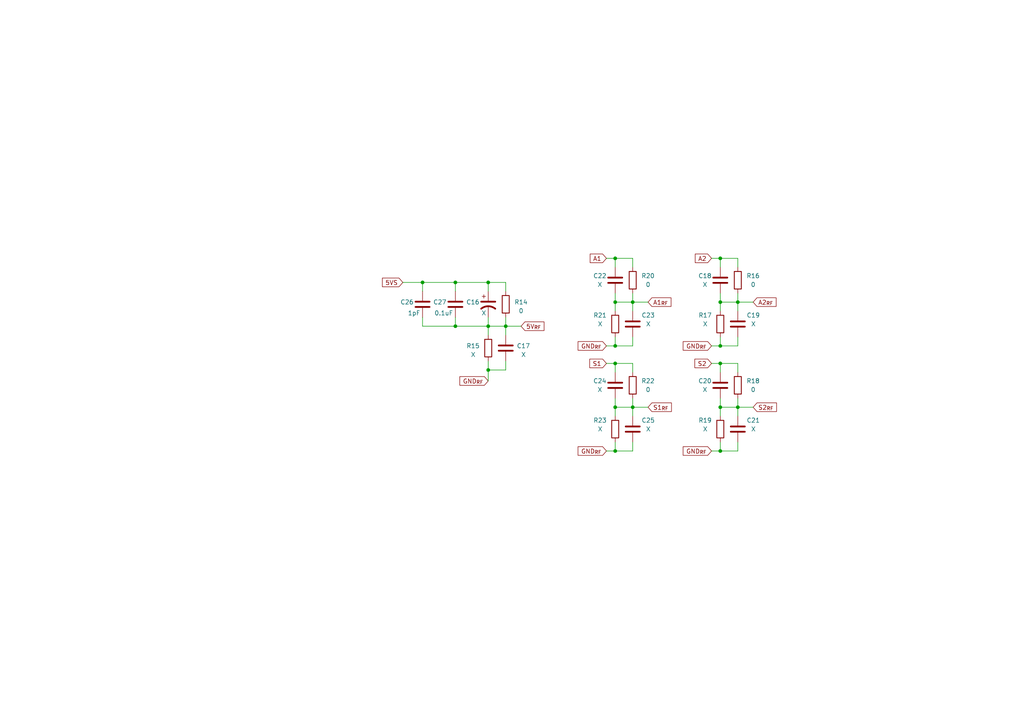
<source format=kicad_sch>
(kicad_sch (version 20211123) (generator eeschema)
  (paper "A4")
  (lib_symbols
    (symbol "Device:C" (pin_numbers hide) (pin_names (offset 0.254))
      (property "Reference" "C" (at 0.635 2.54 0))
      (property "Value" "C" (at 0.635 -2.54 0))
      (symbol "C_0_1"
        (polyline (pts (xy -2.032 -0.762) (xy 2.032 -0.762)) (stroke (width 0.508)))
        (polyline (pts (xy -2.032 0.762) (xy 2.032 0.762)) (stroke (width 0.508)))
      )
      (symbol "C_1_1"
        (pin passive line (at 0 3.81 270) (length 2.794) (name "~") (number "1"))
        (pin passive line (at 0 -3.81 90) (length 2.794) (name "~") (number "2"))
      )
    )
    (symbol "Device:C_Polarized_US" (pin_numbers hide) (pin_names (offset 0.254) hide)
      (property "Reference" "C" (at 0.635 2.54 0))
      (property "Value" "C_Polarized_US" (at 0.635 -2.54 0))
      (symbol "C_Polarized_US_0_1"
        (polyline (pts (xy -2.032 0.762) (xy 2.032 0.762)) (stroke (width 0.508)))
        (polyline (pts (xy -1.778 2.286) (xy -0.762 2.286)))
        (polyline (pts (xy -1.27 1.778) (xy -1.27 2.794)))
        (arc (start 2.032 -1.27) (mid 0 -0.5572) (end -2.032 -1.27) (stroke (width 0.508)))
      )
      (symbol "C_Polarized_US_1_1"
        (pin passive line (at 0 3.81 270) (length 2.794) (name "~") (number "1"))
        (pin passive line (at 0 -3.81 90) (length 3.302) (name "~") (number "2"))
      )
    )
    (symbol "Device:R" (pin_numbers hide) (pin_names (offset 0))
      (property "Reference" "R" (at 2.032 0 90))
      (property "Value" "R" (at 0 0 90))
      (symbol "R_0_1"
        (rectangle (start -1.016 -2.54) (end 1.016 2.54) (stroke (width 0.254)))
      )
      (symbol "R_1_1"
        (pin passive line (at 0 3.81 270) (length 1.27) (name "~") (number "1"))
        (pin passive line (at 0 -3.81 90) (length 1.27) (name "~") (number "2"))
      )
    )
  )
  (junction (at 178.435 130.81))
  (junction (at 141.605 107.315))
  (junction (at 132.08 81.915))
  (junction (at 183.515 87.63))
  (junction (at 208.915 87.63))
  (junction (at 213.995 87.63))
  (junction (at 208.915 74.93))
  (junction (at 208.915 100.33))
  (junction (at 146.685 94.615))
  (junction (at 132.08 94.615))
  (junction (at 178.435 87.63))
  (junction (at 213.995 118.11))
  (junction (at 178.435 100.33))
  (junction (at 141.605 94.615))
  (junction (at 208.915 130.81))
  (junction (at 178.435 118.11))
  (junction (at 208.915 105.41))
  (junction (at 122.555 81.915))
  (junction (at 183.515 118.11))
  (junction (at 141.605 81.915))
  (junction (at 208.915 118.11))
  (junction (at 178.435 74.93))
  (junction (at 178.435 105.41))
  (wire (pts (xy 178.435 74.93) (xy 183.515 74.93)))
  (wire (pts (xy 183.515 87.63) (xy 178.435 87.63)))
  (wire (pts (xy 116.84 81.915) (xy 122.555 81.915)))
  (wire (pts (xy 183.515 115.57) (xy 183.515 118.11)))
  (wire (pts (xy 178.435 128.27) (xy 178.435 130.81)))
  (wire (pts (xy 183.515 118.11) (xy 187.96 118.11)))
  (wire (pts (xy 213.995 85.09) (xy 213.995 87.63)))
  (wire (pts (xy 132.08 92.075) (xy 132.08 94.615)))
  (wire (pts (xy 178.435 100.33) (xy 183.515 100.33)))
  (wire (pts (xy 183.515 118.11) (xy 178.435 118.11)))
  (wire (pts (xy 208.915 74.93) (xy 208.915 77.47)))
  (wire (pts (xy 132.08 81.915) (xy 141.605 81.915)))
  (wire (pts (xy 183.515 97.79) (xy 183.515 100.33)))
  (wire (pts (xy 122.555 84.455) (xy 122.555 81.915)))
  (wire (pts (xy 178.435 130.81) (xy 183.515 130.81)))
  (wire (pts (xy 146.685 104.775) (xy 146.685 107.315)))
  (wire (pts (xy 141.605 104.775) (xy 141.605 107.315)))
  (wire (pts (xy 146.685 94.615) (xy 151.13 94.615)))
  (wire (pts (xy 178.435 105.41) (xy 183.515 105.41)))
  (wire (pts (xy 183.515 87.63) (xy 187.96 87.63)))
  (wire (pts (xy 146.685 94.615) (xy 141.605 94.615)))
  (wire (pts (xy 183.515 87.63) (xy 183.515 90.17)))
  (wire (pts (xy 141.605 94.615) (xy 141.605 97.155)))
  (wire (pts (xy 206.375 105.41) (xy 208.915 105.41)))
  (wire (pts (xy 178.435 105.41) (xy 178.435 107.95)))
  (wire (pts (xy 178.435 100.33) (xy 175.895 100.33)))
  (wire (pts (xy 175.895 74.93) (xy 178.435 74.93)))
  (wire (pts (xy 213.995 118.11) (xy 213.995 120.65)))
  (wire (pts (xy 141.605 107.315) (xy 146.685 107.315)))
  (wire (pts (xy 208.915 87.63) (xy 208.915 90.17)))
  (wire (pts (xy 213.995 74.93) (xy 213.995 77.47)))
  (wire (pts (xy 122.555 92.075) (xy 122.555 94.615)))
  (wire (pts (xy 178.435 74.93) (xy 178.435 77.47)))
  (wire (pts (xy 178.435 118.11) (xy 178.435 120.65)))
  (wire (pts (xy 213.995 87.63) (xy 218.44 87.63)))
  (wire (pts (xy 208.915 105.41) (xy 213.995 105.41)))
  (wire (pts (xy 178.435 85.09) (xy 178.435 87.63)))
  (wire (pts (xy 146.685 94.615) (xy 146.685 97.155)))
  (wire (pts (xy 141.605 107.315) (xy 141.605 110.49)))
  (wire (pts (xy 208.915 128.27) (xy 208.915 130.81)))
  (wire (pts (xy 208.915 105.41) (xy 208.915 107.95)))
  (wire (pts (xy 183.515 118.11) (xy 183.515 120.65)))
  (wire (pts (xy 208.915 130.81) (xy 206.375 130.81)))
  (wire (pts (xy 178.435 87.63) (xy 178.435 90.17)))
  (wire (pts (xy 213.995 87.63) (xy 208.915 87.63)))
  (wire (pts (xy 178.435 130.81) (xy 175.895 130.81)))
  (wire (pts (xy 213.995 115.57) (xy 213.995 118.11)))
  (wire (pts (xy 141.605 92.075) (xy 141.605 94.615)))
  (wire (pts (xy 146.685 81.915) (xy 146.685 84.455)))
  (wire (pts (xy 208.915 74.93) (xy 213.995 74.93)))
  (wire (pts (xy 183.515 85.09) (xy 183.515 87.63)))
  (wire (pts (xy 213.995 128.27) (xy 213.995 130.81)))
  (wire (pts (xy 208.915 115.57) (xy 208.915 118.11)))
  (wire (pts (xy 213.995 105.41) (xy 213.995 107.95)))
  (wire (pts (xy 208.915 100.33) (xy 206.375 100.33)))
  (wire (pts (xy 178.435 115.57) (xy 178.435 118.11)))
  (wire (pts (xy 178.435 97.79) (xy 178.435 100.33)))
  (wire (pts (xy 132.08 94.615) (xy 141.605 94.615)))
  (wire (pts (xy 208.915 100.33) (xy 213.995 100.33)))
  (wire (pts (xy 183.515 105.41) (xy 183.515 107.95)))
  (wire (pts (xy 141.605 81.915) (xy 146.685 81.915)))
  (wire (pts (xy 122.555 94.615) (xy 132.08 94.615)))
  (wire (pts (xy 175.895 105.41) (xy 178.435 105.41)))
  (wire (pts (xy 213.995 97.79) (xy 213.995 100.33)))
  (wire (pts (xy 208.915 118.11) (xy 208.915 120.65)))
  (wire (pts (xy 132.08 84.455) (xy 132.08 81.915)))
  (wire (pts (xy 208.915 97.79) (xy 208.915 100.33)))
  (wire (pts (xy 206.375 74.93) (xy 208.915 74.93)))
  (wire (pts (xy 183.515 74.93) (xy 183.515 77.47)))
  (wire (pts (xy 208.915 130.81) (xy 213.995 130.81)))
  (wire (pts (xy 141.605 81.915) (xy 141.605 84.455)))
  (wire (pts (xy 213.995 118.11) (xy 218.44 118.11)))
  (wire (pts (xy 213.995 118.11) (xy 208.915 118.11)))
  (wire (pts (xy 146.685 92.075) (xy 146.685 94.615)))
  (wire (pts (xy 183.515 128.27) (xy 183.515 130.81)))
  (wire (pts (xy 122.555 81.915) (xy 132.08 81.915)))
  (wire (pts (xy 213.995 87.63) (xy 213.995 90.17)))
  (wire (pts (xy 208.915 85.09) (xy 208.915 87.63)))
  (global_label "A2_{RF}" (shape input) (at 218.44 87.63 0) (property "Intersheet References" "${INTERSHEET_REFS}" (effects hide)))
  (global_label "A1_{RF}" (shape input) (at 187.96 87.63 0) (property "Intersheet References" "${INTERSHEET_REFS}" (effects hide)))
  (global_label "5V_{RF}" (shape input) (at 151.13 94.615 0) (property "Intersheet References" "${INTERSHEET_REFS}" (effects hide)))
  (global_label "GND_{RF}" (shape input) (at 175.895 130.81 180) (property "Intersheet References" "${INTERSHEET_REFS}" (effects hide)))
  (global_label "A2" (shape input) (at 206.375 74.93 180) (property "Intersheet References" "${INTERSHEET_REFS}" (effects hide)))
  (global_label "5VS" (shape input) (at 116.84 81.915 180) (property "Intersheet References" "${INTERSHEET_REFS}" (effects hide)))
  (global_label "A1" (shape input) (at 175.895 74.93 180) (property "Intersheet References" "${INTERSHEET_REFS}" (effects hide)))
  (global_label "S1" (shape input) (at 175.895 105.41 180) (property "Intersheet References" "${INTERSHEET_REFS}" (effects hide)))
  (global_label "GND_{RF}" (shape input) (at 206.375 130.81 180) (property "Intersheet References" "${INTERSHEET_REFS}" (effects hide)))
  (global_label "S2" (shape input) (at 206.375 105.41 180) (property "Intersheet References" "${INTERSHEET_REFS}" (effects hide)))
  (global_label "S2_{RF}" (shape input) (at 218.44 118.11 0) (property "Intersheet References" "${INTERSHEET_REFS}" (effects hide)))
  (global_label "S1_{RF}" (shape input) (at 187.96 118.11 0) (property "Intersheet References" "${INTERSHEET_REFS}" (effects hide)))
  (global_label "GND_{RF}" (shape input) (at 175.895 100.33 180) (property "Intersheet References" "${INTERSHEET_REFS}" (effects hide)))
  (global_label "GND_{RF}" (shape input) (at 141.605 110.49 180) (property "Intersheet References" "${INTERSHEET_REFS}" (effects hide)))
  (global_label "GND_{RF}" (shape input) (at 206.375 100.33 180) (property "Intersheet References" "${INTERSHEET_REFS}" (effects hide)))
  (symbol (lib_id "Device:R") (at 213.995 81.28 180) (unit 1)
    (property "Reference" "R16" (at 218.44 80.01 0))
    (property "Value" "0" (at 218.44 82.55 0))
    (property "Footprint" "Resistor_SMD:R_0402_1005Metric" (effects hide))
  )
  (symbol (lib_id "Device:C") (at 146.685 100.965 0) (unit 1)
    (property "Reference" "C17" (at 149.86 100.33 0) (effects (justify left)))
    (property "Value" "X" (at 151.13 102.87 0) (effects (justify left)))
    (property "Footprint" "Capacitor_SMD:C_0603_1608Metric" (effects hide))
  )
  (symbol (lib_id "Device:C") (at 132.08 88.265 0) (mirror y) (unit 1)
    (property "Reference" "C27" (at 129.54 87.63 0) (effects (justify left)))
    (property "Value" "0.1uF" (at 131.445 90.805 0) (effects (justify left)))
    (property "Footprint" "Capacitor_SMD:C_0603_1608Metric" (effects hide))
  )
  (symbol (lib_id "Device:R") (at 208.915 124.46 180) (unit 1)
    (property "Reference" "R19" (at 202.565 121.92 0) (effects (justify right)))
    (property "Value" "X" (at 203.835 124.46 0) (effects (justify right)))
    (property "Footprint" "Resistor_SMD:R_0402_1005Metric" (effects hide))
  )
  (symbol (lib_id "Device:C") (at 178.435 81.28 0) (unit 1)
    (property "Reference" "C22" (at 173.99 80.01 0))
    (property "Value" "X" (at 173.99 82.55 0))
    (property "Footprint" "Capacitor_SMD:C_0402_1005Metric" (effects hide))
  )
  (symbol (lib_id "Device:C") (at 213.995 93.98 0) (unit 1)
    (property "Reference" "C19" (at 216.535 91.44 0) (effects (justify left)))
    (property "Value" "X" (at 217.805 93.98 0) (effects (justify left)))
    (property "Footprint" "Capacitor_SMD:C_0402_1005Metric" (effects hide))
  )
  (symbol (lib_id "Device:R") (at 183.515 111.76 180) (unit 1)
    (property "Reference" "R22" (at 187.96 110.49 0))
    (property "Value" "0" (at 187.96 113.03 0))
    (property "Footprint" "Resistor_SMD:R_0402_1005Metric" (effects hide))
  )
  (symbol (lib_id "Device:R") (at 183.515 81.28 180) (unit 1)
    (property "Reference" "R20" (at 187.96 80.01 0))
    (property "Value" "0" (at 187.96 82.55 0))
    (property "Footprint" "Resistor_SMD:R_0402_1005Metric" (effects hide))
  )
  (symbol (lib_id "Device:C") (at 122.555 88.265 0) (mirror y) (unit 1)
    (property "Reference" "C26" (at 120.015 87.63 0) (effects (justify left)))
    (property "Value" "1pF" (at 121.92 90.805 0) (effects (justify left)))
    (property "Footprint" "Capacitor_SMD:C_0603_1608Metric" (effects hide))
  )
  (symbol (lib_id "Device:R") (at 178.435 93.98 180) (unit 1)
    (property "Reference" "R21" (at 172.085 91.44 0) (effects (justify right)))
    (property "Value" "X" (at 173.355 93.98 0) (effects (justify right)))
    (property "Footprint" "Resistor_SMD:R_0402_1005Metric" (effects hide))
  )
  (symbol (lib_id "Device:R") (at 146.685 88.265 0) (unit 1)
    (property "Reference" "R14" (at 151.13 87.63 0))
    (property "Value" "0" (at 151.13 90.17 0))
    (property "Footprint" "Resistor_SMD:R_0603_1608Metric" (effects hide))
  )
  (symbol (lib_id "Device:R") (at 178.435 124.46 180) (unit 1)
    (property "Reference" "R23" (at 172.085 121.92 0) (effects (justify right)))
    (property "Value" "X" (at 173.355 124.46 0) (effects (justify right)))
    (property "Footprint" "Resistor_SMD:R_0402_1005Metric" (effects hide))
  )
  (symbol (lib_id "Device:C") (at 213.995 124.46 0) (unit 1)
    (property "Reference" "C21" (at 216.535 121.92 0) (effects (justify left)))
    (property "Value" "X" (at 217.805 124.46 0) (effects (justify left)))
    (property "Footprint" "Capacitor_SMD:C_0402_1005Metric" (effects hide))
  )
  (symbol (lib_id "Device:C") (at 178.435 111.76 0) (unit 1)
    (property "Reference" "C24" (at 173.99 110.49 0))
    (property "Value" "X" (at 173.99 113.03 0))
    (property "Footprint" "Capacitor_SMD:C_0402_1005Metric" (effects hide))
  )
  (symbol (lib_id "Device:R") (at 208.915 93.98 180) (unit 1)
    (property "Reference" "R17" (at 202.565 91.44 0) (effects (justify right)))
    (property "Value" "X" (at 203.835 93.98 0) (effects (justify right)))
    (property "Footprint" "Resistor_SMD:R_0402_1005Metric" (effects hide))
  )
  (symbol (lib_id "Device:C") (at 208.915 81.28 0) (unit 1)
    (property "Reference" "C18" (at 204.47 80.01 0))
    (property "Value" "X" (at 204.47 82.55 0))
    (property "Footprint" "Capacitor_SMD:C_0402_1005Metric" (effects hide))
  )
  (symbol (lib_id "Device:C_Polarized_US") (at 141.605 88.265 0) (unit 1)
    (property "Reference" "C16" (at 137.16 87.63 0))
    (property "Value" "X" (at 140.335 90.805 0))
    (property "Footprint" "Capacitor_Tantalum_SMD:CP_EIA-2012-15_AVX-P" (effects hide))
  )
  (symbol (lib_id "Device:R") (at 141.605 100.965 180) (unit 1)
    (property "Reference" "R15" (at 135.255 100.33 0) (effects (justify right)))
    (property "Value" "X" (at 136.525 102.87 0) (effects (justify right)))
    (property "Footprint" "Resistor_SMD:R_0603_1608Metric" (effects hide))
  )
  (symbol (lib_id "Device:R") (at 213.995 111.76 180) (unit 1)
    (property "Reference" "R18" (at 218.44 110.49 0))
    (property "Value" "0" (at 218.44 113.03 0))
    (property "Footprint" "Resistor_SMD:R_0402_1005Metric" (effects hide))
  )
  (symbol (lib_id "Device:C") (at 183.515 124.46 0) (unit 1)
    (property "Reference" "C25" (at 186.055 121.92 0) (effects (justify left)))
    (property "Value" "X" (at 187.325 124.46 0) (effects (justify left)))
    (property "Footprint" "Capacitor_SMD:C_0402_1005Metric" (effects hide))
  )
  (symbol (lib_id "Device:C") (at 183.515 93.98 0) (unit 1)
    (property "Reference" "C23" (at 186.055 91.44 0) (effects (justify left)))
    (property "Value" "X" (at 187.325 93.98 0) (effects (justify left)))
    (property "Footprint" "Capacitor_SMD:C_0402_1005Metric" (effects hide))
  )
  (symbol (lib_id "Device:C") (at 208.915 111.76 0) (unit 1)
    (property "Reference" "C20" (at 204.47 110.49 0))
    (property "Value" "X" (at 204.47 113.03 0))
    (property "Footprint" "Capacitor_SMD:C_0402_1005Metric" (effects hide))
  )
)
</source>
